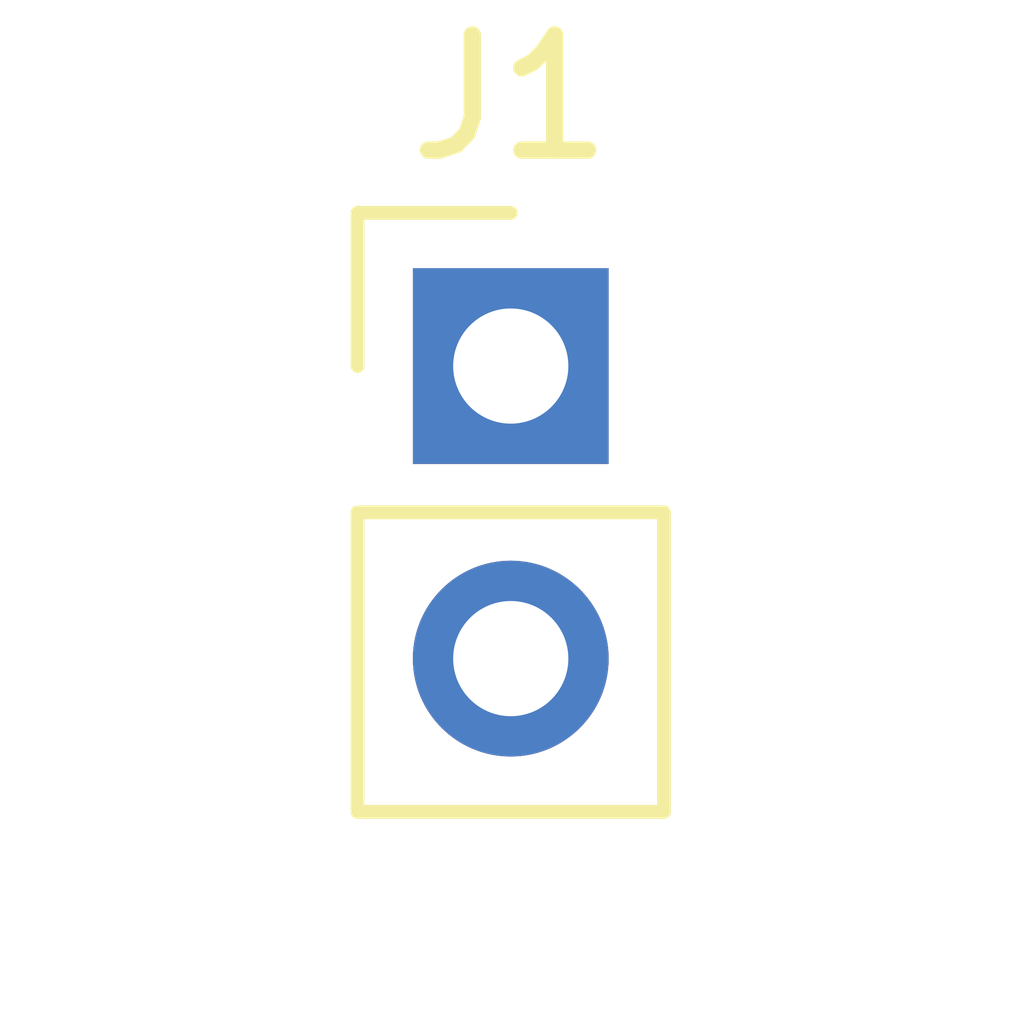
<source format=kicad_pcb>
(kicad_pcb (version 20171130) (host pcbnew "(5.0.2)-1")

  (general
    (thickness 1.6)
    (drawings 0)
    (tracks 0)
    (zones 0)
    (modules 1)
    (nets 3)
  )

  (page A4)
  (layers
    (0 F.Cu signal)
    (31 B.Cu signal)
    (32 B.Adhes user)
    (33 F.Adhes user)
    (34 B.Paste user)
    (35 F.Paste user)
    (36 B.SilkS user)
    (37 F.SilkS user)
    (38 B.Mask user)
    (39 F.Mask user)
    (40 Dwgs.User user)
    (41 Cmts.User user)
    (42 Eco1.User user)
    (43 Eco2.User user)
    (44 Edge.Cuts user)
    (45 Margin user)
    (46 B.CrtYd user)
    (47 F.CrtYd user)
    (48 B.Fab user)
    (49 F.Fab user)
  )

  (setup
    (last_trace_width 0.25)
    (trace_clearance 0.2)
    (zone_clearance 0.508)
    (zone_45_only no)
    (trace_min 0.2)
    (segment_width 0.2)
    (edge_width 0.15)
    (via_size 0.8)
    (via_drill 0.4)
    (via_min_size 0.4)
    (via_min_drill 0.3)
    (uvia_size 0.3)
    (uvia_drill 0.1)
    (uvias_allowed no)
    (uvia_min_size 0.2)
    (uvia_min_drill 0.1)
    (pcb_text_width 0.3)
    (pcb_text_size 1.5 1.5)
    (mod_edge_width 0.15)
    (mod_text_size 1 1)
    (mod_text_width 0.15)
    (pad_size 1.524 1.524)
    (pad_drill 0.762)
    (pad_to_mask_clearance 0.051)
    (solder_mask_min_width 0.25)
    (aux_axis_origin 0 0)
    (visible_elements FFFFFF7F)
    (pcbplotparams
      (layerselection 0x010fc_ffffffff)
      (usegerberextensions false)
      (usegerberattributes false)
      (usegerberadvancedattributes false)
      (creategerberjobfile false)
      (excludeedgelayer true)
      (linewidth 0.100000)
      (plotframeref false)
      (viasonmask false)
      (mode 1)
      (useauxorigin false)
      (hpglpennumber 1)
      (hpglpenspeed 20)
      (hpglpendiameter 15.000000)
      (psnegative false)
      (psa4output false)
      (plotreference true)
      (plotvalue true)
      (plotinvisibletext false)
      (padsonsilk false)
      (subtractmaskfromsilk false)
      (outputformat 1)
      (mirror false)
      (drillshape 1)
      (scaleselection 1)
      (outputdirectory ""))
  )

  (net 0 "")
  (net 1 +10V)
  (net 2 Earth)

  (net_class Default "This is the default net class."
    (clearance 0.2)
    (trace_width 0.25)
    (via_dia 0.8)
    (via_drill 0.4)
    (uvia_dia 0.3)
    (uvia_drill 0.1)
    (add_net +10V)
    (add_net Earth)
  )

  (module Connector_PinHeader_2.54mm:PinHeader_1x02_P2.54mm_Vertical (layer F.Cu) (tedit 59FED5CC) (tstamp 5C3FCFFE)
    (at 110.49 74.93)
    (descr "Through hole straight pin header, 1x02, 2.54mm pitch, single row")
    (tags "Through hole pin header THT 1x02 2.54mm single row")
    (path /5C3EF7FB)
    (fp_text reference J1 (at 0 -2.33) (layer F.SilkS)
      (effects (font (size 1 1) (thickness 0.15)))
    )
    (fp_text value Barrel_Jack (at 0 4.87) (layer F.Fab)
      (effects (font (size 1 1) (thickness 0.15)))
    )
    (fp_line (start -0.635 -1.27) (end 1.27 -1.27) (layer F.Fab) (width 0.1))
    (fp_line (start 1.27 -1.27) (end 1.27 3.81) (layer F.Fab) (width 0.1))
    (fp_line (start 1.27 3.81) (end -1.27 3.81) (layer F.Fab) (width 0.1))
    (fp_line (start -1.27 3.81) (end -1.27 -0.635) (layer F.Fab) (width 0.1))
    (fp_line (start -1.27 -0.635) (end -0.635 -1.27) (layer F.Fab) (width 0.1))
    (fp_line (start -1.33 3.87) (end 1.33 3.87) (layer F.SilkS) (width 0.12))
    (fp_line (start -1.33 1.27) (end -1.33 3.87) (layer F.SilkS) (width 0.12))
    (fp_line (start 1.33 1.27) (end 1.33 3.87) (layer F.SilkS) (width 0.12))
    (fp_line (start -1.33 1.27) (end 1.33 1.27) (layer F.SilkS) (width 0.12))
    (fp_line (start -1.33 0) (end -1.33 -1.33) (layer F.SilkS) (width 0.12))
    (fp_line (start -1.33 -1.33) (end 0 -1.33) (layer F.SilkS) (width 0.12))
    (fp_line (start -1.8 -1.8) (end -1.8 4.35) (layer F.CrtYd) (width 0.05))
    (fp_line (start -1.8 4.35) (end 1.8 4.35) (layer F.CrtYd) (width 0.05))
    (fp_line (start 1.8 4.35) (end 1.8 -1.8) (layer F.CrtYd) (width 0.05))
    (fp_line (start 1.8 -1.8) (end -1.8 -1.8) (layer F.CrtYd) (width 0.05))
    (fp_text user %R (at 0 1.27 90) (layer F.Fab)
      (effects (font (size 1 1) (thickness 0.15)))
    )
    (pad 1 thru_hole rect (at 0 0) (size 1.7 1.7) (drill 1) (layers *.Cu *.Mask)
      (net 1 +10V))
    (pad 2 thru_hole oval (at 0 2.54) (size 1.7 1.7) (drill 1) (layers *.Cu *.Mask)
      (net 2 Earth))
    (model ${KISYS3DMOD}/Connector_PinHeader_2.54mm.3dshapes/PinHeader_1x02_P2.54mm_Vertical.wrl
      (at (xyz 0 0 0))
      (scale (xyz 1 1 1))
      (rotate (xyz 0 0 0))
    )
  )

)

</source>
